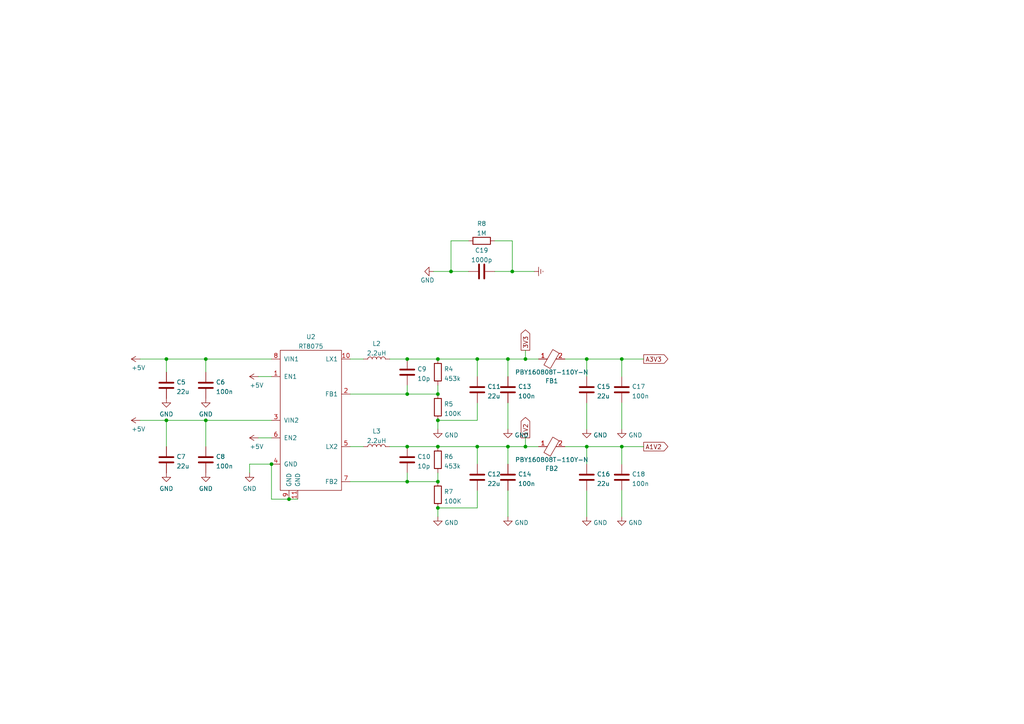
<source format=kicad_sch>
(kicad_sch (version 20211123) (generator eeschema)
  (paper "A4")
  (lib_symbols
    (symbol "Device:C" (pin_numbers hide) (pin_names (offset 0.254))
      (property "Reference" "C" (at 0.635 2.54 0))
      (property "Value" "C" (at 0.635 -2.54 0))
      (symbol "C_0_1"
        (polyline (pts (xy -2.032 -0.762) (xy 2.032 -0.762)) (stroke (width 0.508)))
        (polyline (pts (xy -2.032 0.762) (xy 2.032 0.762)) (stroke (width 0.508)))
      )
      (symbol "C_1_1"
        (pin passive line (at 0 3.81 270) (length 2.794) (name "~") (number "1"))
        (pin passive line (at 0 -3.81 90) (length 2.794) (name "~") (number "2"))
      )
    )
    (symbol "Device:L" (pin_numbers hide) (pin_names (offset 1.016) hide)
      (property "Reference" "L" (at -1.27 0 90))
      (property "Value" "L" (at 1.905 0 90))
      (symbol "L_0_1"
        (arc (start 0 -2.54) (mid 0.635 -1.905) (end 0 -1.27))
        (arc (start 0 -1.27) (mid 0.635 -0.635) (end 0 0))
        (arc (start 0 0) (mid 0.635 0.635) (end 0 1.27))
        (arc (start 0 1.27) (mid 0.635 1.905) (end 0 2.54))
      )
      (symbol "L_1_1"
        (pin passive line (at 0 3.81 270) (length 1.27) (name "1") (number "1"))
        (pin passive line (at 0 -3.81 90) (length 1.27) (name "2") (number "2"))
      )
    )
    (symbol "Device:R" (pin_numbers hide) (pin_names (offset 0))
      (property "Reference" "R" (at 2.032 0 90))
      (property "Value" "R" (at 0 0 90))
      (symbol "R_0_1"
        (rectangle (start -1.016 -2.54) (end 1.016 2.54) (stroke (width 0.254)))
      )
      (symbol "R_1_1"
        (pin passive line (at 0 3.81 270) (length 1.27) (name "~") (number "1"))
        (pin passive line (at 0 -3.81 90) (length 1.27) (name "~") (number "2"))
      )
    )
    (symbol "ECAT:PBY160808T-110Y-N"
      (property "Reference" "FB" (at 0 -5.08 0))
      (property "Value" "PBY160808T-110Y-N" (at 0 3.81 0))
      (symbol "PBY160808T-110Y-N_0_1"
        (polyline (pts (xy -1.4986 -0.4064) (xy -1.524 -0.4064)))
        (polyline (pts (xy 1.0414 -0.4064) (xy 0.9906 -0.4064)))
        (polyline (pts (xy -0.635 -3.175) (xy -2.4892 -2.1082) (xy 0.0762 2.3622) (xy 1.9304 1.27) (xy -0.635 -3.175)))
      )
      (symbol "PBY160808T-110Y-N_1_1"
        (pin passive line (at -4.0386 -0.4064 0) (length 2.54) (name "~") (number "1"))
        (pin passive line (at 3.5814 -0.4064 180) (length 2.54) (name "~") (number "2"))
      )
    )
    (symbol "ECAT:RT8075" (pin_names (offset 1.016))
      (property "Reference" "U?" (at 0 16.51 0))
      (property "Value" "RT8075" (at 0 13.97 0))
      (symbol "RT8075_1_1"
        (rectangle (start -8.89 20.32) (end 8.89 -20.32) (stroke (width 0.1524)))
        (pin input line (at -11.43 12.7 0) (length 2.54) (name "EN1") (number "1"))
        (pin power_out line (at 11.43 17.78 180) (length 2.54) (name "LX1") (number "10"))
        (pin power_in line (at -3.81 -22.86 90) (length 2.54) (name "GND") (number "11"))
        (pin input line (at 11.43 7.62 180) (length 2.54) (name "FB1") (number "2"))
        (pin power_in line (at -11.43 0 0) (length 2.54) (name "VIN2") (number "3"))
        (pin power_in line (at -11.43 -12.7 0) (length 2.54) (name "GND") (number "4"))
        (pin power_out line (at 11.43 -7.62 180) (length 2.54) (name "LX2") (number "5"))
        (pin input line (at -11.43 -5.08 0) (length 2.54) (name "EN2") (number "6"))
        (pin input line (at 11.43 -17.78 180) (length 2.54) (name "FB2") (number "7"))
        (pin power_in line (at -11.43 17.78 0) (length 2.54) (name "VIN1") (number "8"))
        (pin power_in line (at -6.35 -22.86 90) (length 2.54) (name "GND") (number "9"))
      )
    )
    (symbol "power:+5V" (power) (pin_names (offset 0))
      (property "Value" "+5V" (at 0 3.556 0))
      (symbol "+5V_0_1"
        (polyline (pts (xy -0.762 1.27) (xy 0 2.54)))
        (polyline (pts (xy 0 0) (xy 0 2.54)))
        (polyline (pts (xy 0 2.54) (xy 0.762 1.27)))
      )
      (symbol "+5V_1_1"
        (pin power_in line (at 0 0 90) (length 0) hide (name "+5V") (number "1"))
      )
    )
    (symbol "power:Earth" (power) (pin_names (offset 0))
      (symbol "Earth_0_1"
        (polyline (pts (xy -0.635 -1.905) (xy 0.635 -1.905)))
        (polyline (pts (xy -0.127 -2.54) (xy 0.127 -2.54)))
        (polyline (pts (xy 0 -1.27) (xy 0 0)))
        (polyline (pts (xy 1.27 -1.27) (xy -1.27 -1.27)))
      )
      (symbol "Earth_1_1"
        (pin power_in line (at 0 0 270) (length 0) hide (name "Earth") (number "1"))
      )
    )
    (symbol "power:GND" (power) (pin_names (offset 0))
      (property "Value" "GND" (at 0 -3.81 0))
      (symbol "GND_0_1"
        (polyline (pts (xy 0 0) (xy 0 -1.27) (xy 1.27 -1.27) (xy 0 -2.54) (xy -1.27 -1.27) (xy 0 -1.27)))
      )
      (symbol "GND_1_1"
        (pin power_in line (at 0 0 270) (length 0) hide (name "GND") (number "1"))
      )
    )
  )
  (junction (at 48.26 104.14))
  (junction (at 59.69 104.14))
  (junction (at 180.34 129.54))
  (junction (at 48.26 121.92))
  (junction (at 118.11 114.3))
  (junction (at 152.4 129.54))
  (junction (at 59.69 121.92))
  (junction (at 118.11 104.14))
  (junction (at 148.59 78.74))
  (junction (at 127 129.54))
  (junction (at 138.43 104.14))
  (junction (at 127 139.7))
  (junction (at 152.4 104.14))
  (junction (at 147.32 104.14))
  (junction (at 130.81 78.74))
  (junction (at 127 147.32))
  (junction (at 138.43 129.54))
  (junction (at 127 121.92))
  (junction (at 118.11 129.54))
  (junction (at 147.32 129.54))
  (junction (at 170.18 104.14))
  (junction (at 118.11 139.7))
  (junction (at 180.34 104.14))
  (junction (at 83.82 144.78))
  (junction (at 78.74 134.62))
  (junction (at 127 104.14))
  (junction (at 170.18 129.54))
  (junction (at 127 114.3))
  (wire (pts (xy 78.74 144.78) (xy 78.74 134.62)))
  (wire (pts (xy 170.18 142.24) (xy 170.18 149.86)))
  (wire (pts (xy 101.6 114.3) (xy 118.11 114.3)))
  (wire (pts (xy 138.43 121.92) (xy 127 121.92)))
  (wire (pts (xy 138.43 142.24) (xy 138.43 147.32)))
  (wire (pts (xy 163.83 129.54) (xy 170.18 129.54)))
  (wire (pts (xy 180.34 129.54) (xy 186.69 129.54)))
  (wire (pts (xy 170.18 116.84) (xy 170.18 124.46)))
  (wire (pts (xy 127 137.16) (xy 127 139.7)))
  (wire (pts (xy 147.32 109.22) (xy 147.32 104.14)))
  (wire (pts (xy 180.34 142.24) (xy 180.34 149.86)))
  (wire (pts (xy 152.4 127) (xy 152.4 129.54)))
  (wire (pts (xy 148.59 78.74) (xy 154.94 78.74)))
  (wire (pts (xy 163.83 104.14) (xy 170.18 104.14)))
  (wire (pts (xy 170.18 104.14) (xy 170.18 109.22)))
  (wire (pts (xy 127 111.76) (xy 127 114.3)))
  (wire (pts (xy 78.74 134.62) (xy 72.39 134.62)))
  (wire (pts (xy 59.69 104.14) (xy 59.69 107.95)))
  (wire (pts (xy 147.32 116.84) (xy 147.32 124.46)))
  (wire (pts (xy 101.6 139.7) (xy 118.11 139.7)))
  (wire (pts (xy 180.34 104.14) (xy 186.69 104.14)))
  (wire (pts (xy 40.64 121.92) (xy 48.26 121.92)))
  (wire (pts (xy 118.11 104.14) (xy 127 104.14)))
  (wire (pts (xy 74.93 109.22) (xy 78.74 109.22)))
  (wire (pts (xy 180.34 129.54) (xy 170.18 129.54)))
  (wire (pts (xy 59.69 121.92) (xy 78.74 121.92)))
  (wire (pts (xy 72.39 134.62) (xy 72.39 137.16)))
  (wire (pts (xy 138.43 129.54) (xy 127 129.54)))
  (wire (pts (xy 180.34 116.84) (xy 180.34 124.46)))
  (wire (pts (xy 101.6 129.54) (xy 105.41 129.54)))
  (wire (pts (xy 59.69 104.14) (xy 78.74 104.14)))
  (wire (pts (xy 74.93 127) (xy 78.74 127)))
  (wire (pts (xy 118.11 111.76) (xy 118.11 114.3)))
  (wire (pts (xy 152.4 104.14) (xy 156.21 104.14)))
  (wire (pts (xy 143.51 69.85) (xy 148.59 69.85)))
  (wire (pts (xy 143.51 78.74) (xy 148.59 78.74)))
  (wire (pts (xy 113.03 129.54) (xy 118.11 129.54)))
  (wire (pts (xy 118.11 129.54) (xy 127 129.54)))
  (wire (pts (xy 147.32 104.14) (xy 138.43 104.14)))
  (wire (pts (xy 138.43 147.32) (xy 127 147.32)))
  (wire (pts (xy 118.11 114.3) (xy 127 114.3)))
  (wire (pts (xy 48.26 104.14) (xy 59.69 104.14)))
  (wire (pts (xy 148.59 69.85) (xy 148.59 78.74)))
  (wire (pts (xy 152.4 129.54) (xy 147.32 129.54)))
  (wire (pts (xy 83.82 144.78) (xy 78.74 144.78)))
  (wire (pts (xy 118.11 137.16) (xy 118.11 139.7)))
  (wire (pts (xy 83.82 144.78) (xy 86.36 144.78)))
  (wire (pts (xy 138.43 134.62) (xy 138.43 129.54)))
  (wire (pts (xy 180.34 104.14) (xy 170.18 104.14)))
  (wire (pts (xy 147.32 134.62) (xy 147.32 129.54)))
  (wire (pts (xy 152.4 104.14) (xy 147.32 104.14)))
  (wire (pts (xy 152.4 101.6) (xy 152.4 104.14)))
  (wire (pts (xy 113.03 104.14) (xy 118.11 104.14)))
  (wire (pts (xy 48.26 121.92) (xy 48.26 129.54)))
  (wire (pts (xy 59.69 121.92) (xy 59.69 129.54)))
  (wire (pts (xy 138.43 116.84) (xy 138.43 121.92)))
  (wire (pts (xy 101.6 104.14) (xy 105.41 104.14)))
  (wire (pts (xy 147.32 129.54) (xy 138.43 129.54)))
  (wire (pts (xy 147.32 142.24) (xy 147.32 149.86)))
  (wire (pts (xy 127 147.32) (xy 127 149.86)))
  (wire (pts (xy 48.26 121.92) (xy 59.69 121.92)))
  (wire (pts (xy 118.11 139.7) (xy 127 139.7)))
  (wire (pts (xy 138.43 109.22) (xy 138.43 104.14)))
  (wire (pts (xy 130.81 78.74) (xy 125.73 78.74)))
  (wire (pts (xy 152.4 129.54) (xy 156.21 129.54)))
  (wire (pts (xy 135.89 69.85) (xy 130.81 69.85)))
  (wire (pts (xy 180.34 109.22) (xy 180.34 104.14)))
  (wire (pts (xy 138.43 104.14) (xy 127 104.14)))
  (wire (pts (xy 130.81 78.74) (xy 135.89 78.74)))
  (wire (pts (xy 40.64 104.14) (xy 48.26 104.14)))
  (wire (pts (xy 170.18 129.54) (xy 170.18 134.62)))
  (wire (pts (xy 48.26 104.14) (xy 48.26 107.95)))
  (wire (pts (xy 180.34 134.62) (xy 180.34 129.54)))
  (wire (pts (xy 130.81 69.85) (xy 130.81 78.74)))
  (wire (pts (xy 127 121.92) (xy 127 124.46)))
  (global_label "A3V3" (shape output) (at 186.69 104.14 0) (property "Intersheet References" "${INTERSHEET_REFS}" (effects hide)))
  (global_label "3V3" (shape output) (at 152.4 101.6 90) (property "Intersheet References" "${INTERSHEET_REFS}" (effects hide)))
  (global_label "1V2" (shape output) (at 152.4 127 90) (property "Intersheet References" "${INTERSHEET_REFS}" (effects hide)))
  (global_label "A1V2" (shape output) (at 186.69 129.54 0) (property "Intersheet References" "${INTERSHEET_REFS}" (effects hide)))
  (symbol (lib_id "Device:C") (at 147.32 138.43 0) (unit 1)
    (property "Reference" "C14" (at 150.241 137.5215 0) (effects (justify left)))
    (property "Value" "100n" (at 150.241 140.2966 0) (effects (justify left)))
    (property "Footprint" "Capacitor_SMD:C_0603_1608Metric" (effects hide))
  )
  (symbol (lib_id "power:GND") (at 125.73 78.74 270) (unit 1)
    (property "Reference" "#PWR0127" (effects hide))
    (property "Value" "GND" (at 121.92 81.28 90) (effects (justify left)))
  )
  (symbol (lib_id "power:GND") (at 170.18 124.46 0) (unit 1)
    (property "Reference" "#PWR0119" (effects hide))
    (property "Value" "GND" (at 172.085 126.209 0) (effects (justify left)))
  )
  (symbol (lib_id "power:GND") (at 48.26 137.16 0) (unit 1)
    (property "Reference" "#PWR0109" (effects hide))
    (property "Value" "GND" (at 48.26 141.7225 0))
  )
  (symbol (lib_id "power:+5V") (at 40.64 121.92 90) (unit 1)
    (property "Reference" "#PWR0111" (effects hide))
    (property "Value" "+5V" (at 38.1 124.46 90) (effects (justify right)))
  )
  (symbol (lib_id "Device:L") (at 109.22 129.54 90) (unit 1)
    (property "Reference" "L3" (at 109.22 125.0655 90))
    (property "Value" "2.2uH" (at 109.22 127.8406 90))
    (property "Footprint" "Inductor_SMD:L_0805_2012Metric" (effects hide))
  )
  (symbol (lib_id "Device:R") (at 127 143.51 0) (unit 1)
    (property "Reference" "R7" (at 128.778 142.6015 0) (effects (justify left)))
    (property "Value" "100K" (at 128.778 145.3766 0) (effects (justify left)))
    (property "Footprint" "Resistor_SMD:R_0603_1608Metric" (effects hide))
  )
  (symbol (lib_id "Device:R") (at 127 107.95 0) (unit 1)
    (property "Reference" "R4" (at 128.778 107.0415 0) (effects (justify left)))
    (property "Value" "453k" (at 128.778 109.8166 0) (effects (justify left)))
    (property "Footprint" "Resistor_SMD:R_0603_1608Metric" (effects hide))
  )
  (symbol (lib_id "Device:C") (at 118.11 107.95 0) (unit 1)
    (property "Reference" "C9" (at 121.031 107.0415 0) (effects (justify left)))
    (property "Value" "10p" (at 121.031 109.8166 0) (effects (justify left)))
    (property "Footprint" "Capacitor_SMD:C_0603_1608Metric" (effects hide))
  )
  (symbol (lib_id "Device:C") (at 59.69 133.35 180) (unit 1)
    (property "Reference" "C8" (at 62.611 132.4415 0) (effects (justify right)))
    (property "Value" "100n" (at 62.611 135.2166 0) (effects (justify right)))
    (property "Footprint" "Capacitor_SMD:C_0603_1608Metric" (effects hide))
  )
  (symbol (lib_id "Device:C") (at 59.69 111.76 180) (unit 1)
    (property "Reference" "C6" (at 62.611 110.8515 0) (effects (justify right)))
    (property "Value" "100n" (at 62.611 113.6266 0) (effects (justify right)))
    (property "Footprint" "Capacitor_SMD:C_0603_1608Metric" (effects hide))
  )
  (symbol (lib_id "power:GND") (at 127 149.86 0) (unit 1)
    (property "Reference" "#PWR0105" (effects hide))
    (property "Value" "GND" (at 128.905 151.609 0) (effects (justify left)))
  )
  (symbol (lib_id "power:GND") (at 72.39 137.16 0) (unit 1)
    (property "Reference" "#PWR0116" (effects hide))
    (property "Value" "GND" (at 72.39 141.7225 0))
  )
  (symbol (lib_id "Device:R") (at 139.7 69.85 90) (unit 1)
    (property "Reference" "R8" (at 139.7 64.8675 90))
    (property "Value" "1M" (at 139.7 67.6426 90))
    (property "Footprint" "Resistor_SMD:R_1206_3216Metric" (effects hide))
  )
  (symbol (lib_id "Device:C") (at 48.26 111.76 180) (unit 1)
    (property "Reference" "C5" (at 51.181 110.8515 0) (effects (justify right)))
    (property "Value" "22u" (at 51.181 113.6266 0) (effects (justify right)))
    (property "Footprint" "Capacitor_SMD:C_0603_1608Metric" (effects hide))
  )
  (symbol (lib_id "power:+5V") (at 40.64 104.14 90) (unit 1)
    (property "Reference" "#PWR0113" (effects hide))
    (property "Value" "+5V" (at 38.1 106.68 90) (effects (justify right)))
  )
  (symbol (lib_id "power:GND") (at 147.32 124.46 0) (unit 1)
    (property "Reference" "#PWR0103" (effects hide))
    (property "Value" "GND" (at 149.225 126.209 0) (effects (justify left)))
  )
  (symbol (lib_id "power:+5V") (at 74.93 109.22 90) (unit 1)
    (property "Reference" "#PWR0108" (effects hide))
    (property "Value" "+5V" (at 72.39 111.76 90) (effects (justify right)))
  )
  (symbol (lib_id "Device:C") (at 170.18 138.43 0) (unit 1)
    (property "Reference" "C16" (at 173.101 137.5215 0) (effects (justify left)))
    (property "Value" "22u" (at 173.101 140.2966 0) (effects (justify left)))
    (property "Footprint" "Capacitor_SMD:C_0603_1608Metric" (effects hide))
  )
  (symbol (lib_id "Device:R") (at 127 118.11 0) (unit 1)
    (property "Reference" "R5" (at 128.778 117.2015 0) (effects (justify left)))
    (property "Value" "100K" (at 128.778 119.9766 0) (effects (justify left)))
    (property "Footprint" "Resistor_SMD:R_0603_1608Metric" (effects hide))
  )
  (symbol (lib_id "ECAT:PBY160808T-110Y-N") (at 160.2486 103.7336 0) (unit 1)
    (property "Reference" "FB1" (at 160.02 110.49 0))
    (property "Value" "PBY160808T-110Y-N" (at 160.02 107.95 0))
    (property "Footprint" "Inductor_SMD:L_0603_1608Metric" (effects hide))
  )
  (symbol (lib_id "power:Earth") (at 154.94 78.74 90) (unit 1)
    (property "Reference" "#PWR0125" (effects hide))
    (property "Value" "Earth" (effects hide))
  )
  (symbol (lib_id "power:GND") (at 59.69 115.57 0) (unit 1)
    (property "Reference" "#PWR0114" (effects hide))
    (property "Value" "GND" (at 59.69 120.1325 0))
  )
  (symbol (lib_id "power:+5V") (at 74.93 127 90) (unit 1)
    (property "Reference" "#PWR0115" (effects hide))
    (property "Value" "+5V" (at 72.39 129.54 90) (effects (justify right)))
  )
  (symbol (lib_id "Device:C") (at 138.43 138.43 0) (unit 1)
    (property "Reference" "C12" (at 141.351 137.5215 0) (effects (justify left)))
    (property "Value" "22u" (at 141.351 140.2966 0) (effects (justify left)))
    (property "Footprint" "Capacitor_SMD:C_0603_1608Metric" (effects hide))
  )
  (symbol (lib_id "Device:C") (at 118.11 133.35 180) (unit 1)
    (property "Reference" "C10" (at 121.031 132.4415 0) (effects (justify right)))
    (property "Value" "10p" (at 121.031 135.2166 0) (effects (justify right)))
    (property "Footprint" "Capacitor_SMD:C_0603_1608Metric" (effects hide))
  )
  (symbol (lib_id "power:GND") (at 180.34 124.46 0) (unit 1)
    (property "Reference" "#PWR0120" (effects hide))
    (property "Value" "GND" (at 182.245 126.209 0) (effects (justify left)))
  )
  (symbol (lib_id "Device:C") (at 170.18 113.03 0) (unit 1)
    (property "Reference" "C15" (at 173.101 112.1215 0) (effects (justify left)))
    (property "Value" "22u" (at 173.101 114.8966 0) (effects (justify left)))
    (property "Footprint" "Capacitor_SMD:C_0603_1608Metric" (effects hide))
  )
  (symbol (lib_id "power:GND") (at 59.69 137.16 0) (unit 1)
    (property "Reference" "#PWR0110" (effects hide))
    (property "Value" "GND" (at 59.69 141.7225 0))
  )
  (symbol (lib_id "power:GND") (at 180.34 149.86 0) (unit 1)
    (property "Reference" "#PWR0117" (effects hide))
    (property "Value" "GND" (at 182.245 151.609 0) (effects (justify left)))
  )
  (symbol (lib_id "ECAT:PBY160808T-110Y-N") (at 160.2486 129.1336 0) (unit 1)
    (property "Reference" "FB2" (at 160.02 135.89 0))
    (property "Value" "PBY160808T-110Y-N" (at 160.02 133.35 0))
    (property "Footprint" "Inductor_SMD:L_0603_1608Metric" (effects hide))
  )
  (symbol (lib_id "power:GND") (at 170.18 149.86 0) (unit 1)
    (property "Reference" "#PWR0118" (effects hide))
    (property "Value" "GND" (at 172.085 151.609 0) (effects (justify left)))
  )
  (symbol (lib_id "Device:C") (at 147.32 113.03 0) (unit 1)
    (property "Reference" "C13" (at 150.241 112.1215 0) (effects (justify left)))
    (property "Value" "100n" (at 150.241 114.8966 0) (effects (justify left)))
    (property "Footprint" "Capacitor_SMD:C_0603_1608Metric" (effects hide))
  )
  (symbol (lib_id "power:GND") (at 48.26 115.57 0) (unit 1)
    (property "Reference" "#PWR0112" (effects hide))
    (property "Value" "GND" (at 48.26 120.1325 0))
  )
  (symbol (lib_id "Device:C") (at 138.43 113.03 0) (unit 1)
    (property "Reference" "C11" (at 141.351 112.1215 0) (effects (justify left)))
    (property "Value" "22u" (at 141.351 114.8966 0) (effects (justify left)))
    (property "Footprint" "Capacitor_SMD:C_0603_1608Metric" (effects hide))
  )
  (symbol (lib_id "Device:C") (at 48.26 133.35 180) (unit 1)
    (property "Reference" "C7" (at 51.181 132.4415 0) (effects (justify right)))
    (property "Value" "22u" (at 51.181 135.2166 0) (effects (justify right)))
    (property "Footprint" "Capacitor_SMD:C_0603_1608Metric" (effects hide))
  )
  (symbol (lib_id "Device:L") (at 109.22 104.14 90) (unit 1)
    (property "Reference" "L2" (at 109.22 99.6655 90))
    (property "Value" "2.2uH" (at 109.22 102.4406 90))
    (property "Footprint" "Inductor_SMD:L_0805_2012Metric" (effects hide))
  )
  (symbol (lib_id "Device:C") (at 180.34 138.43 0) (unit 1)
    (property "Reference" "C18" (at 183.261 137.5215 0) (effects (justify left)))
    (property "Value" "100n" (at 183.261 140.2966 0) (effects (justify left)))
    (property "Footprint" "Capacitor_SMD:C_0603_1608Metric" (effects hide))
  )
  (symbol (lib_id "power:GND") (at 127 124.46 0) (unit 1)
    (property "Reference" "#PWR0107" (effects hide))
    (property "Value" "GND" (at 128.905 126.209 0) (effects (justify left)))
  )
  (symbol (lib_id "Device:R") (at 127 133.35 0) (unit 1)
    (property "Reference" "R6" (at 128.778 132.4415 0) (effects (justify left)))
    (property "Value" "453k" (at 128.778 135.2166 0) (effects (justify left)))
    (property "Footprint" "Resistor_SMD:R_0603_1608Metric" (effects hide))
  )
  (symbol (lib_id "Device:C") (at 139.7 78.74 270) (unit 1)
    (property "Reference" "C19" (at 139.7 72.6145 90))
    (property "Value" "1000p" (at 139.7 75.3896 90))
    (property "Footprint" "Capacitor_SMD:C_1206_3216Metric" (effects hide))
  )
  (symbol (lib_id "ECAT:RT8075") (at 90.17 121.92 0) (unit 1)
    (property "Reference" "U2" (at 90.17 97.6843 0))
    (property "Value" "RT8075" (at 90.17 100.4594 0))
    (property "Footprint" "EXTRA IC:WDFN-10_L3.0-W3.0-P0.50-BL-EP" (effects hide))
  )
  (symbol (lib_id "Device:C") (at 180.34 113.03 0) (unit 1)
    (property "Reference" "C17" (at 183.261 112.1215 0) (effects (justify left)))
    (property "Value" "100n" (at 183.261 114.8966 0) (effects (justify left)))
    (property "Footprint" "Capacitor_SMD:C_0603_1608Metric" (effects hide))
  )
  (symbol (lib_id "power:GND") (at 147.32 149.86 0) (unit 1)
    (property "Reference" "#PWR0106" (effects hide))
    (property "Value" "GND" (at 149.225 151.609 0) (effects (justify left)))
  )
)
</source>
